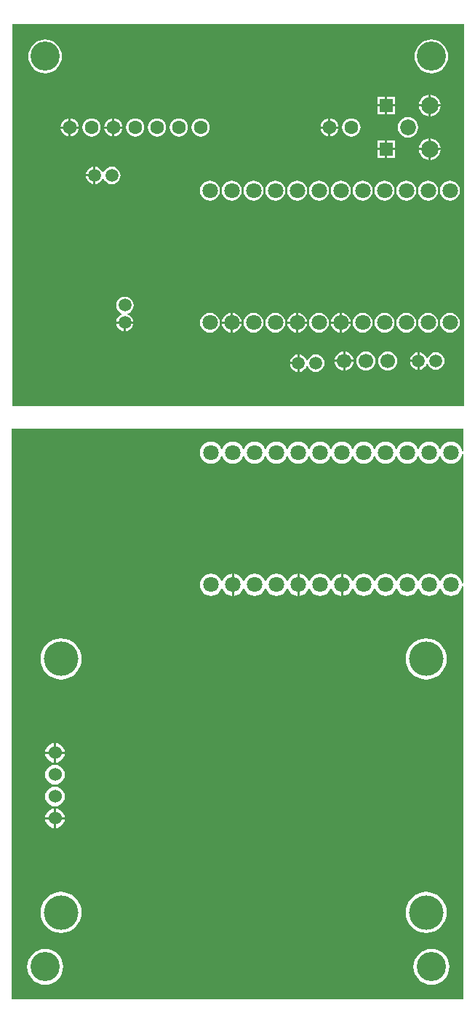
<source format=gbl>
%FSLAX24Y24*%
%MOIN*%
G70*
G01*
G75*
G04 Layer_Physical_Order=2*
G04 Layer_Color=16711680*
%ADD10C,0.0100*%
%ADD11C,0.0150*%
%ADD12C,0.1181*%
%ADD13C,0.0600*%
%ADD14C,0.0669*%
%ADD15C,0.0591*%
%ADD16C,0.1339*%
%ADD17R,0.0591X0.0591*%
%ADD18C,0.0787*%
%ADD19C,0.0709*%
%ADD20C,0.0709*%
%ADD21C,0.0630*%
%ADD22C,0.0728*%
%ADD23C,0.1575*%
G36*
X49850Y31950D02*
X70500D01*
Y30918D01*
X70450Y30915D01*
X70441Y30982D01*
X70391Y31104D01*
X70310Y31210D01*
X70204Y31291D01*
X70082Y31341D01*
X69950Y31359D01*
X69818Y31341D01*
X69696Y31291D01*
X69590Y31210D01*
X69509Y31104D01*
X69475Y31021D01*
X69425D01*
X69391Y31104D01*
X69310Y31210D01*
X69204Y31291D01*
X69082Y31341D01*
X68950Y31359D01*
X68818Y31341D01*
X68696Y31291D01*
X68590Y31210D01*
X68509Y31104D01*
X68475Y31021D01*
X68425D01*
X68391Y31104D01*
X68310Y31210D01*
X68204Y31291D01*
X68082Y31341D01*
X67950Y31359D01*
X67818Y31341D01*
X67696Y31291D01*
X67590Y31210D01*
X67509Y31104D01*
X67475Y31021D01*
X67425D01*
X67391Y31104D01*
X67310Y31210D01*
X67204Y31291D01*
X67082Y31341D01*
X66950Y31359D01*
X66818Y31341D01*
X66696Y31291D01*
X66590Y31210D01*
X66509Y31104D01*
X66475Y31021D01*
X66425D01*
X66391Y31104D01*
X66310Y31210D01*
X66204Y31291D01*
X66082Y31341D01*
X65950Y31359D01*
X65818Y31341D01*
X65696Y31291D01*
X65590Y31210D01*
X65509Y31104D01*
X65475Y31021D01*
X65425D01*
X65391Y31104D01*
X65310Y31210D01*
X65204Y31291D01*
X65082Y31341D01*
X64950Y31359D01*
X64818Y31341D01*
X64696Y31291D01*
X64590Y31210D01*
X64509Y31104D01*
X64475Y31021D01*
X64425D01*
X64391Y31104D01*
X64310Y31210D01*
X64204Y31291D01*
X64082Y31341D01*
X63950Y31359D01*
X63818Y31341D01*
X63696Y31291D01*
X63590Y31210D01*
X63509Y31104D01*
X63475Y31021D01*
X63425D01*
X63391Y31104D01*
X63310Y31210D01*
X63204Y31291D01*
X63082Y31341D01*
X62950Y31359D01*
X62818Y31341D01*
X62696Y31291D01*
X62590Y31210D01*
X62509Y31104D01*
X62475Y31021D01*
X62425D01*
X62391Y31104D01*
X62310Y31210D01*
X62204Y31291D01*
X62082Y31341D01*
X61950Y31359D01*
X61818Y31341D01*
X61696Y31291D01*
X61590Y31210D01*
X61509Y31104D01*
X61475Y31021D01*
X61425D01*
X61391Y31104D01*
X61310Y31210D01*
X61204Y31291D01*
X61082Y31341D01*
X60950Y31359D01*
X60818Y31341D01*
X60696Y31291D01*
X60590Y31210D01*
X60509Y31104D01*
X60475Y31021D01*
X60425D01*
X60391Y31104D01*
X60310Y31210D01*
X60204Y31291D01*
X60082Y31341D01*
X59950Y31359D01*
X59818Y31341D01*
X59696Y31291D01*
X59590Y31210D01*
X59509Y31104D01*
X59475Y31021D01*
X59425D01*
X59391Y31104D01*
X59310Y31210D01*
X59204Y31291D01*
X59082Y31341D01*
X58950Y31359D01*
X58818Y31341D01*
X58696Y31291D01*
X58590Y31210D01*
X58509Y31104D01*
X58459Y30982D01*
X58441Y30850D01*
X58459Y30718D01*
X58509Y30596D01*
X58590Y30490D01*
X58696Y30409D01*
X58818Y30359D01*
X58950Y30341D01*
X59082Y30359D01*
X59204Y30409D01*
X59310Y30490D01*
X59391Y30596D01*
X59425Y30679D01*
X59475D01*
X59509Y30596D01*
X59590Y30490D01*
X59696Y30409D01*
X59818Y30359D01*
X59950Y30341D01*
X60082Y30359D01*
X60204Y30409D01*
X60310Y30490D01*
X60391Y30596D01*
X60425Y30679D01*
X60475D01*
X60509Y30596D01*
X60590Y30490D01*
X60696Y30409D01*
X60818Y30359D01*
X60950Y30341D01*
X61082Y30359D01*
X61204Y30409D01*
X61310Y30490D01*
X61391Y30596D01*
X61425Y30679D01*
X61475D01*
X61509Y30596D01*
X61590Y30490D01*
X61696Y30409D01*
X61818Y30359D01*
X61950Y30341D01*
X62082Y30359D01*
X62204Y30409D01*
X62310Y30490D01*
X62391Y30596D01*
X62425Y30679D01*
X62475D01*
X62509Y30596D01*
X62590Y30490D01*
X62696Y30409D01*
X62818Y30359D01*
X62950Y30341D01*
X63082Y30359D01*
X63204Y30409D01*
X63310Y30490D01*
X63391Y30596D01*
X63425Y30679D01*
X63475D01*
X63509Y30596D01*
X63590Y30490D01*
X63696Y30409D01*
X63818Y30359D01*
X63950Y30341D01*
X64082Y30359D01*
X64204Y30409D01*
X64310Y30490D01*
X64391Y30596D01*
X64425Y30679D01*
X64475D01*
X64509Y30596D01*
X64590Y30490D01*
X64696Y30409D01*
X64818Y30359D01*
X64950Y30341D01*
X65082Y30359D01*
X65204Y30409D01*
X65310Y30490D01*
X65391Y30596D01*
X65425Y30679D01*
X65475D01*
X65509Y30596D01*
X65590Y30490D01*
X65696Y30409D01*
X65818Y30359D01*
X65950Y30341D01*
X66082Y30359D01*
X66204Y30409D01*
X66310Y30490D01*
X66391Y30596D01*
X66425Y30679D01*
X66475D01*
X66509Y30596D01*
X66590Y30490D01*
X66696Y30409D01*
X66818Y30359D01*
X66950Y30341D01*
X67082Y30359D01*
X67204Y30409D01*
X67310Y30490D01*
X67391Y30596D01*
X67425Y30679D01*
X67475D01*
X67509Y30596D01*
X67590Y30490D01*
X67696Y30409D01*
X67818Y30359D01*
X67950Y30341D01*
X68082Y30359D01*
X68204Y30409D01*
X68310Y30490D01*
X68391Y30596D01*
X68425Y30679D01*
X68475D01*
X68509Y30596D01*
X68590Y30490D01*
X68696Y30409D01*
X68818Y30359D01*
X68950Y30341D01*
X69082Y30359D01*
X69204Y30409D01*
X69310Y30490D01*
X69391Y30596D01*
X69425Y30679D01*
X69475D01*
X69509Y30596D01*
X69590Y30490D01*
X69696Y30409D01*
X69818Y30359D01*
X69950Y30341D01*
X70082Y30359D01*
X70204Y30409D01*
X70310Y30490D01*
X70391Y30596D01*
X70441Y30718D01*
X70450Y30785D01*
X70500Y30782D01*
Y24868D01*
X70450Y24865D01*
X70441Y24932D01*
X70391Y25054D01*
X70310Y25160D01*
X70204Y25241D01*
X70082Y25291D01*
X69950Y25309D01*
X69818Y25291D01*
X69696Y25241D01*
X69590Y25160D01*
X69509Y25054D01*
X69475Y24971D01*
X69425D01*
X69391Y25054D01*
X69310Y25160D01*
X69204Y25241D01*
X69082Y25291D01*
X68950Y25309D01*
X68818Y25291D01*
X68696Y25241D01*
X68590Y25160D01*
X68509Y25054D01*
X68475Y24971D01*
X68425D01*
X68391Y25054D01*
X68310Y25160D01*
X68204Y25241D01*
X68082Y25291D01*
X67950Y25309D01*
X67818Y25291D01*
X67696Y25241D01*
X67590Y25160D01*
X67509Y25054D01*
X67476Y24975D01*
X67426D01*
X67393Y25054D01*
X67312Y25160D01*
X67207Y25241D01*
X67084Y25291D01*
X66953Y25309D01*
X66821Y25291D01*
X66698Y25241D01*
X66593Y25160D01*
X66512Y25054D01*
X66476Y24968D01*
X66426D01*
X66391Y25054D01*
X66310Y25160D01*
X66204Y25241D01*
X66082Y25291D01*
X65950Y25309D01*
X65818Y25291D01*
X65696Y25241D01*
X65590Y25160D01*
X65509Y25054D01*
X65475Y24971D01*
X65425D01*
X65391Y25054D01*
X65310Y25160D01*
X65204Y25241D01*
X65082Y25291D01*
X65000Y25302D01*
Y24800D01*
Y24298D01*
X65082Y24309D01*
X65204Y24359D01*
X65310Y24440D01*
X65391Y24546D01*
X65425Y24629D01*
X65475D01*
X65509Y24546D01*
X65590Y24440D01*
X65696Y24359D01*
X65818Y24309D01*
X65950Y24291D01*
X66082Y24309D01*
X66204Y24359D01*
X66310Y24440D01*
X66391Y24546D01*
X66426Y24632D01*
X66476D01*
X66512Y24546D01*
X66593Y24440D01*
X66698Y24359D01*
X66821Y24309D01*
X66953Y24291D01*
X67084Y24309D01*
X67207Y24359D01*
X67312Y24440D01*
X67393Y24546D01*
X67426Y24625D01*
X67476D01*
X67509Y24546D01*
X67590Y24440D01*
X67696Y24359D01*
X67818Y24309D01*
X67950Y24291D01*
X68082Y24309D01*
X68204Y24359D01*
X68310Y24440D01*
X68391Y24546D01*
X68425Y24629D01*
X68475D01*
X68509Y24546D01*
X68590Y24440D01*
X68696Y24359D01*
X68818Y24309D01*
X68950Y24291D01*
X69082Y24309D01*
X69204Y24359D01*
X69310Y24440D01*
X69391Y24546D01*
X69425Y24629D01*
X69475D01*
X69509Y24546D01*
X69590Y24440D01*
X69696Y24359D01*
X69818Y24309D01*
X69950Y24291D01*
X70082Y24309D01*
X70204Y24359D01*
X70310Y24440D01*
X70391Y24546D01*
X70441Y24668D01*
X70450Y24735D01*
X70500Y24732D01*
Y5800D01*
X49800D01*
Y31935D01*
X49846Y31954D01*
X49850Y31950D01*
D02*
G37*
G36*
X70543Y32988D02*
X49858D01*
Y50488D01*
X70543D01*
Y32988D01*
D02*
G37*
%LPC*%
G36*
X61900Y37258D02*
X61781Y37243D01*
X61671Y37197D01*
X61576Y37124D01*
X61503Y37029D01*
X61457Y36919D01*
X61442Y36800D01*
X61457Y36681D01*
X61503Y36571D01*
X61576Y36476D01*
X61671Y36403D01*
X61781Y36357D01*
X61900Y36342D01*
X62019Y36357D01*
X62129Y36403D01*
X62224Y36476D01*
X62297Y36571D01*
X62343Y36681D01*
X62358Y36800D01*
X62343Y36919D01*
X62297Y37029D01*
X62224Y37124D01*
X62129Y37197D01*
X62019Y37243D01*
X61900Y37258D01*
D02*
G37*
G36*
X63900D02*
X63781Y37243D01*
X63671Y37197D01*
X63576Y37124D01*
X63503Y37029D01*
X63457Y36919D01*
X63442Y36800D01*
X63457Y36681D01*
X63503Y36571D01*
X63576Y36476D01*
X63671Y36403D01*
X63781Y36357D01*
X63900Y36342D01*
X64019Y36357D01*
X64129Y36403D01*
X64224Y36476D01*
X64297Y36571D01*
X64343Y36681D01*
X64358Y36800D01*
X64343Y36919D01*
X64297Y37029D01*
X64224Y37124D01*
X64129Y37197D01*
X64019Y37243D01*
X63900Y37258D01*
D02*
G37*
G36*
X67900D02*
X67781Y37243D01*
X67671Y37197D01*
X67576Y37124D01*
X67503Y37029D01*
X67457Y36919D01*
X67442Y36800D01*
X67457Y36681D01*
X67503Y36571D01*
X67576Y36476D01*
X67671Y36403D01*
X67781Y36357D01*
X67900Y36342D01*
X68019Y36357D01*
X68129Y36403D01*
X68224Y36476D01*
X68297Y36571D01*
X68343Y36681D01*
X68358Y36800D01*
X68343Y36919D01*
X68297Y37029D01*
X68224Y37124D01*
X68129Y37197D01*
X68019Y37243D01*
X67900Y37258D01*
D02*
G37*
G36*
X66903D02*
X66784Y37243D01*
X66674Y37197D01*
X66579Y37124D01*
X66506Y37029D01*
X66460Y36919D01*
X66445Y36800D01*
X66460Y36681D01*
X66506Y36571D01*
X66579Y36476D01*
X66674Y36403D01*
X66784Y36357D01*
X66903Y36342D01*
X67021Y36357D01*
X67132Y36403D01*
X67227Y36476D01*
X67300Y36571D01*
X67345Y36681D01*
X67361Y36800D01*
X67345Y36919D01*
X67300Y37029D01*
X67227Y37124D01*
X67132Y37197D01*
X67021Y37243D01*
X66903Y37258D01*
D02*
G37*
G36*
X65900D02*
X65781Y37243D01*
X65671Y37197D01*
X65576Y37124D01*
X65503Y37029D01*
X65457Y36919D01*
X65442Y36800D01*
X65457Y36681D01*
X65503Y36571D01*
X65576Y36476D01*
X65671Y36403D01*
X65781Y36357D01*
X65900Y36342D01*
X66019Y36357D01*
X66129Y36403D01*
X66224Y36476D01*
X66297Y36571D01*
X66343Y36681D01*
X66358Y36800D01*
X66343Y36919D01*
X66297Y37029D01*
X66224Y37124D01*
X66129Y37197D01*
X66019Y37243D01*
X65900Y37258D01*
D02*
G37*
G36*
X65100Y35482D02*
Y35100D01*
X65482D01*
X65473Y35163D01*
X65430Y35269D01*
X65360Y35360D01*
X65269Y35430D01*
X65163Y35473D01*
X65100Y35482D01*
D02*
G37*
G36*
X65000D02*
X64937Y35473D01*
X64831Y35430D01*
X64740Y35360D01*
X64670Y35269D01*
X64627Y35163D01*
X64618Y35100D01*
X65000D01*
Y35482D01*
D02*
G37*
G36*
X63750Y35349D02*
X63647Y35335D01*
X63551Y35295D01*
X63468Y35232D01*
X63405Y35149D01*
X63381Y35093D01*
X63331D01*
X63308Y35149D01*
X63245Y35232D01*
X63162Y35295D01*
X63066Y35335D01*
X63013Y35342D01*
Y34950D01*
Y34558D01*
X63066Y34565D01*
X63162Y34605D01*
X63245Y34668D01*
X63308Y34751D01*
X63331Y34807D01*
X63381D01*
X63405Y34751D01*
X63468Y34668D01*
X63551Y34605D01*
X63647Y34565D01*
X63750Y34551D01*
X63853Y34565D01*
X63949Y34605D01*
X64032Y34668D01*
X64095Y34751D01*
X64135Y34847D01*
X64149Y34950D01*
X64135Y35053D01*
X64095Y35149D01*
X64032Y35232D01*
X63949Y35295D01*
X63853Y35335D01*
X63750Y35349D01*
D02*
G37*
G36*
X68413Y35442D02*
X68359Y35435D01*
X68263Y35395D01*
X68181Y35332D01*
X68117Y35249D01*
X68078Y35153D01*
X68071Y35100D01*
X68413D01*
Y35442D01*
D02*
G37*
G36*
X60900Y37258D02*
X60781Y37243D01*
X60671Y37197D01*
X60576Y37124D01*
X60503Y37029D01*
X60457Y36919D01*
X60442Y36800D01*
X60457Y36681D01*
X60503Y36571D01*
X60576Y36476D01*
X60671Y36403D01*
X60781Y36357D01*
X60900Y36342D01*
X61019Y36357D01*
X61129Y36403D01*
X61224Y36476D01*
X61297Y36571D01*
X61343Y36681D01*
X61358Y36800D01*
X61343Y36919D01*
X61297Y37029D01*
X61224Y37124D01*
X61129Y37197D01*
X61019Y37243D01*
X60900Y37258D01*
D02*
G37*
G36*
X58900D02*
X58781Y37243D01*
X58671Y37197D01*
X58576Y37124D01*
X58503Y37029D01*
X58457Y36919D01*
X58442Y36800D01*
X58457Y36681D01*
X58503Y36571D01*
X58576Y36476D01*
X58671Y36403D01*
X58781Y36357D01*
X58900Y36342D01*
X59019Y36357D01*
X59129Y36403D01*
X59224Y36476D01*
X59297Y36571D01*
X59343Y36681D01*
X59358Y36800D01*
X59343Y36919D01*
X59297Y37029D01*
X59224Y37124D01*
X59129Y37197D01*
X59019Y37243D01*
X58900Y37258D01*
D02*
G37*
G36*
X69250Y35449D02*
X69147Y35435D01*
X69051Y35395D01*
X68968Y35332D01*
X68905Y35249D01*
X68881Y35193D01*
X68831D01*
X68808Y35249D01*
X68745Y35332D01*
X68662Y35395D01*
X68566Y35435D01*
X68513Y35442D01*
Y35050D01*
Y34658D01*
X68566Y34665D01*
X68662Y34705D01*
X68745Y34768D01*
X68808Y34851D01*
X68831Y34907D01*
X68881D01*
X68905Y34851D01*
X68968Y34768D01*
X69051Y34705D01*
X69147Y34665D01*
X69250Y34651D01*
X69353Y34665D01*
X69449Y34705D01*
X69532Y34768D01*
X69595Y34851D01*
X69635Y34947D01*
X69649Y35050D01*
X69635Y35153D01*
X69595Y35249D01*
X69532Y35332D01*
X69449Y35395D01*
X69353Y35435D01*
X69250Y35449D01*
D02*
G37*
G36*
X55392Y36763D02*
X55050D01*
Y36421D01*
X55103Y36428D01*
X55199Y36467D01*
X55282Y36531D01*
X55345Y36613D01*
X55385Y36709D01*
X55392Y36763D01*
D02*
G37*
G36*
X54950D02*
X54608D01*
X54615Y36709D01*
X54655Y36613D01*
X54718Y36531D01*
X54801Y36467D01*
X54897Y36428D01*
X54950Y36421D01*
Y36763D01*
D02*
G37*
G36*
X65352Y36750D02*
X64950D01*
Y36348D01*
X65019Y36357D01*
X65129Y36403D01*
X65224Y36476D01*
X65297Y36571D01*
X65343Y36681D01*
X65352Y36750D01*
D02*
G37*
G36*
X59850Y37252D02*
X59781Y37243D01*
X59671Y37197D01*
X59576Y37124D01*
X59503Y37029D01*
X59457Y36919D01*
X59448Y36850D01*
X59850D01*
Y37252D01*
D02*
G37*
G36*
X62950D02*
Y36850D01*
X63352D01*
X63343Y36919D01*
X63297Y37029D01*
X63224Y37124D01*
X63129Y37197D01*
X63019Y37243D01*
X62950Y37252D01*
D02*
G37*
G36*
X62850D02*
X62781Y37243D01*
X62671Y37197D01*
X62576Y37124D01*
X62503Y37029D01*
X62457Y36919D01*
X62448Y36850D01*
X62850D01*
Y37252D01*
D02*
G37*
G36*
X59950D02*
Y36850D01*
X60352D01*
X60343Y36919D01*
X60297Y37029D01*
X60224Y37124D01*
X60129Y37197D01*
X60019Y37243D01*
X59950Y37252D01*
D02*
G37*
G36*
X59850Y36750D02*
X59448D01*
X59457Y36681D01*
X59503Y36571D01*
X59576Y36476D01*
X59671Y36403D01*
X59781Y36357D01*
X59850Y36348D01*
Y36750D01*
D02*
G37*
G36*
X69900Y37258D02*
X69781Y37243D01*
X69671Y37197D01*
X69576Y37124D01*
X69503Y37029D01*
X69457Y36919D01*
X69442Y36800D01*
X69457Y36681D01*
X69503Y36571D01*
X69576Y36476D01*
X69671Y36403D01*
X69781Y36357D01*
X69900Y36342D01*
X70019Y36357D01*
X70129Y36403D01*
X70224Y36476D01*
X70297Y36571D01*
X70343Y36681D01*
X70358Y36800D01*
X70343Y36919D01*
X70297Y37029D01*
X70224Y37124D01*
X70129Y37197D01*
X70019Y37243D01*
X69900Y37258D01*
D02*
G37*
G36*
X68900D02*
X68781Y37243D01*
X68671Y37197D01*
X68576Y37124D01*
X68503Y37029D01*
X68457Y36919D01*
X68442Y36800D01*
X68457Y36681D01*
X68503Y36571D01*
X68576Y36476D01*
X68671Y36403D01*
X68781Y36357D01*
X68900Y36342D01*
X69019Y36357D01*
X69129Y36403D01*
X69224Y36476D01*
X69297Y36571D01*
X69343Y36681D01*
X69358Y36800D01*
X69343Y36919D01*
X69297Y37029D01*
X69224Y37124D01*
X69129Y37197D01*
X69019Y37243D01*
X68900Y37258D01*
D02*
G37*
G36*
X60352Y36750D02*
X59950D01*
Y36348D01*
X60019Y36357D01*
X60129Y36403D01*
X60224Y36476D01*
X60297Y36571D01*
X60343Y36681D01*
X60352Y36750D01*
D02*
G37*
G36*
X64850D02*
X64448D01*
X64457Y36681D01*
X64503Y36571D01*
X64576Y36476D01*
X64671Y36403D01*
X64781Y36357D01*
X64850Y36348D01*
Y36750D01*
D02*
G37*
G36*
X63352D02*
X62950D01*
Y36348D01*
X63019Y36357D01*
X63129Y36403D01*
X63224Y36476D01*
X63297Y36571D01*
X63343Y36681D01*
X63352Y36750D01*
D02*
G37*
G36*
X62850D02*
X62448D01*
X62457Y36681D01*
X62503Y36571D01*
X62576Y36476D01*
X62671Y36403D01*
X62781Y36357D01*
X62850Y36348D01*
Y36750D01*
D02*
G37*
G36*
X51800Y16554D02*
X51683Y16538D01*
X51573Y16493D01*
X51479Y16421D01*
X51407Y16327D01*
X51362Y16217D01*
X51346Y16100D01*
X51362Y15983D01*
X51407Y15873D01*
X51479Y15779D01*
X51573Y15707D01*
X51683Y15662D01*
X51800Y15646D01*
X51917Y15662D01*
X52027Y15707D01*
X52121Y15779D01*
X52193Y15873D01*
X52238Y15983D01*
X52254Y16100D01*
X52238Y16217D01*
X52193Y16327D01*
X52121Y16421D01*
X52027Y16493D01*
X51917Y16538D01*
X51800Y16554D01*
D02*
G37*
G36*
Y15554D02*
X51683Y15538D01*
X51573Y15493D01*
X51479Y15421D01*
X51407Y15327D01*
X51362Y15217D01*
X51346Y15100D01*
X51362Y14983D01*
X51407Y14873D01*
X51479Y14779D01*
X51573Y14707D01*
X51683Y14662D01*
X51800Y14646D01*
X51917Y14662D01*
X52027Y14707D01*
X52121Y14779D01*
X52193Y14873D01*
X52238Y14983D01*
X52254Y15100D01*
X52238Y15217D01*
X52193Y15327D01*
X52121Y15421D01*
X52027Y15493D01*
X51917Y15538D01*
X51800Y15554D01*
D02*
G37*
G36*
X51850Y14547D02*
Y14150D01*
X52247D01*
X52238Y14217D01*
X52193Y14327D01*
X52121Y14421D01*
X52027Y14493D01*
X51917Y14538D01*
X51850Y14547D01*
D02*
G37*
G36*
X51750Y17547D02*
X51683Y17538D01*
X51573Y17493D01*
X51479Y17421D01*
X51407Y17327D01*
X51362Y17217D01*
X51353Y17150D01*
X51750D01*
Y17547D01*
D02*
G37*
G36*
X52247Y17050D02*
X51850D01*
Y16653D01*
X51917Y16662D01*
X52027Y16707D01*
X52121Y16779D01*
X52193Y16873D01*
X52238Y16983D01*
X52247Y17050D01*
D02*
G37*
G36*
X51750D02*
X51353D01*
X51362Y16983D01*
X51407Y16873D01*
X51479Y16779D01*
X51573Y16707D01*
X51683Y16662D01*
X51750Y16653D01*
Y17050D01*
D02*
G37*
G36*
Y14547D02*
X51683Y14538D01*
X51573Y14493D01*
X51479Y14421D01*
X51407Y14327D01*
X51362Y14217D01*
X51353Y14150D01*
X51750D01*
Y14547D01*
D02*
G37*
G36*
X52080Y10735D02*
X51896Y10717D01*
X51719Y10663D01*
X51556Y10576D01*
X51413Y10459D01*
X51296Y10316D01*
X51209Y10153D01*
X51156Y9977D01*
X51138Y9793D01*
X51156Y9609D01*
X51209Y9432D01*
X51296Y9270D01*
X51413Y9127D01*
X51556Y9010D01*
X51719Y8923D01*
X51896Y8869D01*
X52080Y8851D01*
X52263Y8869D01*
X52440Y8923D01*
X52603Y9010D01*
X52746Y9127D01*
X52863Y9270D01*
X52950Y9432D01*
X53003Y9609D01*
X53021Y9793D01*
X53003Y9977D01*
X52950Y10153D01*
X52863Y10316D01*
X52746Y10459D01*
X52603Y10576D01*
X52440Y10663D01*
X52263Y10717D01*
X52080Y10735D01*
D02*
G37*
G36*
X69050Y8123D02*
X68889Y8107D01*
X68735Y8061D01*
X68593Y7985D01*
X68468Y7882D01*
X68365Y7757D01*
X68289Y7615D01*
X68243Y7461D01*
X68227Y7300D01*
X68243Y7139D01*
X68289Y6985D01*
X68365Y6843D01*
X68468Y6718D01*
X68593Y6615D01*
X68735Y6539D01*
X68889Y6493D01*
X69050Y6477D01*
X69211Y6493D01*
X69365Y6539D01*
X69507Y6615D01*
X69632Y6718D01*
X69735Y6843D01*
X69811Y6985D01*
X69857Y7139D01*
X69873Y7300D01*
X69857Y7461D01*
X69811Y7615D01*
X69735Y7757D01*
X69632Y7882D01*
X69507Y7985D01*
X69365Y8061D01*
X69211Y8107D01*
X69050Y8123D01*
D02*
G37*
G36*
X51350D02*
X51189Y8107D01*
X51035Y8061D01*
X50893Y7985D01*
X50768Y7882D01*
X50665Y7757D01*
X50589Y7615D01*
X50543Y7461D01*
X50527Y7300D01*
X50543Y7139D01*
X50589Y6985D01*
X50665Y6843D01*
X50768Y6718D01*
X50893Y6615D01*
X51035Y6539D01*
X51189Y6493D01*
X51350Y6477D01*
X51511Y6493D01*
X51665Y6539D01*
X51807Y6615D01*
X51932Y6718D01*
X52035Y6843D01*
X52111Y6985D01*
X52157Y7139D01*
X52173Y7300D01*
X52157Y7461D01*
X52111Y7615D01*
X52035Y7757D01*
X51932Y7882D01*
X51807Y7985D01*
X51665Y8061D01*
X51511Y8107D01*
X51350Y8123D01*
D02*
G37*
G36*
X52247Y14050D02*
X51850D01*
Y13653D01*
X51917Y13662D01*
X52027Y13707D01*
X52121Y13779D01*
X52193Y13873D01*
X52238Y13983D01*
X52247Y14050D01*
D02*
G37*
G36*
X51750D02*
X51353D01*
X51362Y13983D01*
X51407Y13873D01*
X51479Y13779D01*
X51573Y13707D01*
X51683Y13662D01*
X51750Y13653D01*
Y14050D01*
D02*
G37*
G36*
X68812Y10735D02*
X68628Y10717D01*
X68451Y10663D01*
X68288Y10576D01*
X68146Y10459D01*
X68029Y10316D01*
X67942Y10153D01*
X67888Y9977D01*
X67870Y9793D01*
X67888Y9609D01*
X67942Y9432D01*
X68029Y9270D01*
X68146Y9127D01*
X68288Y9010D01*
X68451Y8923D01*
X68628Y8869D01*
X68812Y8851D01*
X68996Y8869D01*
X69172Y8923D01*
X69335Y9010D01*
X69478Y9127D01*
X69595Y9270D01*
X69682Y9432D01*
X69736Y9609D01*
X69754Y9793D01*
X69736Y9977D01*
X69682Y10153D01*
X69595Y10316D01*
X69478Y10459D01*
X69335Y10576D01*
X69172Y10663D01*
X68996Y10717D01*
X68812Y10735D01*
D02*
G37*
G36*
X65000Y35000D02*
X64618D01*
X64627Y34937D01*
X64670Y34831D01*
X64740Y34740D01*
X64831Y34670D01*
X64937Y34627D01*
X65000Y34618D01*
Y35000D01*
D02*
G37*
G36*
X67050Y35488D02*
X66937Y35473D01*
X66831Y35430D01*
X66740Y35360D01*
X66670Y35269D01*
X66627Y35163D01*
X66612Y35050D01*
X66627Y34937D01*
X66670Y34831D01*
X66740Y34740D01*
X66831Y34670D01*
X66937Y34627D01*
X67050Y34612D01*
X67163Y34627D01*
X67269Y34670D01*
X67360Y34740D01*
X67430Y34831D01*
X67473Y34937D01*
X67488Y35050D01*
X67473Y35163D01*
X67430Y35269D01*
X67360Y35360D01*
X67269Y35430D01*
X67163Y35473D01*
X67050Y35488D01*
D02*
G37*
G36*
X66050D02*
X65937Y35473D01*
X65831Y35430D01*
X65740Y35360D01*
X65670Y35269D01*
X65627Y35163D01*
X65612Y35050D01*
X65627Y34937D01*
X65670Y34831D01*
X65740Y34740D01*
X65831Y34670D01*
X65937Y34627D01*
X66050Y34612D01*
X66163Y34627D01*
X66269Y34670D01*
X66360Y34740D01*
X66430Y34831D01*
X66473Y34937D01*
X66488Y35050D01*
X66473Y35163D01*
X66430Y35269D01*
X66360Y35360D01*
X66269Y35430D01*
X66163Y35473D01*
X66050Y35488D01*
D02*
G37*
G36*
X62913Y35342D02*
X62859Y35335D01*
X62763Y35295D01*
X62681Y35232D01*
X62617Y35149D01*
X62578Y35053D01*
X62571Y35000D01*
X62913D01*
Y35342D01*
D02*
G37*
G36*
X68413Y35000D02*
X68071D01*
X68078Y34947D01*
X68117Y34851D01*
X68181Y34768D01*
X68263Y34705D01*
X68359Y34665D01*
X68413Y34658D01*
Y35000D01*
D02*
G37*
G36*
X65482D02*
X65100D01*
Y34618D01*
X65163Y34627D01*
X65269Y34670D01*
X65360Y34740D01*
X65430Y34831D01*
X65473Y34937D01*
X65482Y35000D01*
D02*
G37*
G36*
X62913Y34900D02*
X62571D01*
X62578Y34847D01*
X62617Y34751D01*
X62681Y34668D01*
X62763Y34605D01*
X62859Y34565D01*
X62913Y34558D01*
Y34900D01*
D02*
G37*
G36*
X68812Y22349D02*
X68628Y22331D01*
X68451Y22277D01*
X68288Y22190D01*
X68146Y22073D01*
X68029Y21930D01*
X67942Y21768D01*
X67888Y21591D01*
X67870Y21407D01*
X67888Y21223D01*
X67942Y21047D01*
X68029Y20884D01*
X68146Y20741D01*
X68288Y20624D01*
X68451Y20537D01*
X68628Y20483D01*
X68812Y20465D01*
X68996Y20483D01*
X69172Y20537D01*
X69335Y20624D01*
X69478Y20741D01*
X69595Y20884D01*
X69682Y21047D01*
X69736Y21223D01*
X69754Y21407D01*
X69736Y21591D01*
X69682Y21768D01*
X69595Y21930D01*
X69478Y22073D01*
X69335Y22190D01*
X69172Y22277D01*
X68996Y22331D01*
X68812Y22349D01*
D02*
G37*
G36*
X52080D02*
X51896Y22331D01*
X51719Y22277D01*
X51556Y22190D01*
X51413Y22073D01*
X51296Y21930D01*
X51209Y21768D01*
X51156Y21591D01*
X51138Y21407D01*
X51156Y21223D01*
X51209Y21047D01*
X51296Y20884D01*
X51413Y20741D01*
X51556Y20624D01*
X51719Y20537D01*
X51896Y20483D01*
X52080Y20465D01*
X52263Y20483D01*
X52440Y20537D01*
X52603Y20624D01*
X52746Y20741D01*
X52863Y20884D01*
X52950Y21047D01*
X53003Y21223D01*
X53021Y21407D01*
X53003Y21591D01*
X52950Y21768D01*
X52863Y21930D01*
X52746Y22073D01*
X52603Y22190D01*
X52440Y22277D01*
X52263Y22331D01*
X52080Y22349D01*
D02*
G37*
G36*
X51850Y17547D02*
Y17150D01*
X52247D01*
X52238Y17217D01*
X52193Y17327D01*
X52121Y17421D01*
X52027Y17493D01*
X51917Y17538D01*
X51850Y17547D01*
D02*
G37*
G36*
X63950Y25309D02*
X63818Y25291D01*
X63696Y25241D01*
X63590Y25160D01*
X63509Y25054D01*
X63475Y24971D01*
X63425D01*
X63391Y25054D01*
X63310Y25160D01*
X63204Y25241D01*
X63082Y25291D01*
X63000Y25302D01*
Y24800D01*
Y24298D01*
X63082Y24309D01*
X63204Y24359D01*
X63310Y24440D01*
X63391Y24546D01*
X63425Y24629D01*
X63475D01*
X63509Y24546D01*
X63590Y24440D01*
X63696Y24359D01*
X63818Y24309D01*
X63950Y24291D01*
X64082Y24309D01*
X64204Y24359D01*
X64310Y24440D01*
X64391Y24546D01*
X64425Y24629D01*
X64475D01*
X64509Y24546D01*
X64590Y24440D01*
X64696Y24359D01*
X64818Y24309D01*
X64900Y24298D01*
Y24800D01*
Y25302D01*
X64818Y25291D01*
X64696Y25241D01*
X64590Y25160D01*
X64509Y25054D01*
X64475Y24971D01*
X64425D01*
X64391Y25054D01*
X64310Y25160D01*
X64204Y25241D01*
X64082Y25291D01*
X63950Y25309D01*
D02*
G37*
G36*
X61950D02*
X61818Y25291D01*
X61696Y25241D01*
X61590Y25160D01*
X61509Y25054D01*
X61475Y24971D01*
X61425D01*
X61391Y25054D01*
X61310Y25160D01*
X61204Y25241D01*
X61082Y25291D01*
X60950Y25309D01*
X60818Y25291D01*
X60696Y25241D01*
X60590Y25160D01*
X60509Y25054D01*
X60475Y24971D01*
X60425D01*
X60391Y25054D01*
X60310Y25160D01*
X60204Y25241D01*
X60082Y25291D01*
X60000Y25302D01*
Y24800D01*
Y24298D01*
X60082Y24309D01*
X60204Y24359D01*
X60310Y24440D01*
X60391Y24546D01*
X60425Y24629D01*
X60475D01*
X60509Y24546D01*
X60590Y24440D01*
X60696Y24359D01*
X60818Y24309D01*
X60950Y24291D01*
X61082Y24309D01*
X61204Y24359D01*
X61310Y24440D01*
X61391Y24546D01*
X61425Y24629D01*
X61475D01*
X61509Y24546D01*
X61590Y24440D01*
X61696Y24359D01*
X61818Y24309D01*
X61950Y24291D01*
X62082Y24309D01*
X62204Y24359D01*
X62310Y24440D01*
X62391Y24546D01*
X62425Y24629D01*
X62475D01*
X62509Y24546D01*
X62590Y24440D01*
X62696Y24359D01*
X62818Y24309D01*
X62900Y24298D01*
Y24800D01*
Y25302D01*
X62818Y25291D01*
X62696Y25241D01*
X62590Y25160D01*
X62509Y25054D01*
X62475Y24971D01*
X62425D01*
X62391Y25054D01*
X62310Y25160D01*
X62204Y25241D01*
X62082Y25291D01*
X61950Y25309D01*
D02*
G37*
G36*
X58950D02*
X58818Y25291D01*
X58696Y25241D01*
X58590Y25160D01*
X58509Y25054D01*
X58459Y24932D01*
X58441Y24800D01*
X58459Y24668D01*
X58509Y24546D01*
X58590Y24440D01*
X58696Y24359D01*
X58818Y24309D01*
X58950Y24291D01*
X59082Y24309D01*
X59204Y24359D01*
X59310Y24440D01*
X59391Y24546D01*
X59425Y24629D01*
X59475D01*
X59509Y24546D01*
X59590Y24440D01*
X59696Y24359D01*
X59818Y24309D01*
X59900Y24298D01*
Y24800D01*
Y25302D01*
X59818Y25291D01*
X59696Y25241D01*
X59590Y25160D01*
X59509Y25054D01*
X59475Y24971D01*
X59425D01*
X59391Y25054D01*
X59310Y25160D01*
X59204Y25241D01*
X59082Y25291D01*
X58950Y25309D01*
D02*
G37*
G36*
X64850Y37252D02*
X64781Y37243D01*
X64671Y37197D01*
X64576Y37124D01*
X64503Y37029D01*
X64457Y36919D01*
X64448Y36850D01*
X64850D01*
Y37252D01*
D02*
G37*
G36*
X64330Y45694D02*
X63968D01*
X63975Y45636D01*
X64017Y45535D01*
X64084Y45449D01*
X64170Y45382D01*
X64271Y45340D01*
X64330Y45333D01*
Y45694D01*
D02*
G37*
G36*
X54886D02*
X54524D01*
Y45333D01*
X54582Y45340D01*
X54683Y45382D01*
X54770Y45449D01*
X54836Y45535D01*
X54878Y45636D01*
X54886Y45694D01*
D02*
G37*
G36*
X54424D02*
X54062D01*
X54070Y45636D01*
X54112Y45535D01*
X54178Y45449D01*
X54265Y45382D01*
X54366Y45340D01*
X54424Y45333D01*
Y45694D01*
D02*
G37*
G36*
X52524Y46156D02*
Y45794D01*
X52886D01*
X52878Y45853D01*
X52836Y45954D01*
X52770Y46040D01*
X52683Y46107D01*
X52582Y46149D01*
X52524Y46156D01*
D02*
G37*
G36*
X52424D02*
X52366Y46149D01*
X52265Y46107D01*
X52178Y46040D01*
X52112Y45954D01*
X52070Y45853D01*
X52062Y45794D01*
X52424D01*
Y46156D01*
D02*
G37*
G36*
X64791Y45694D02*
X64430D01*
Y45333D01*
X64488Y45340D01*
X64589Y45382D01*
X64675Y45449D01*
X64742Y45535D01*
X64784Y45636D01*
X64791Y45694D01*
D02*
G37*
G36*
X52886D02*
X52524D01*
Y45333D01*
X52582Y45340D01*
X52683Y45382D01*
X52770Y45449D01*
X52836Y45535D01*
X52878Y45636D01*
X52886Y45694D01*
D02*
G37*
G36*
X57474Y46163D02*
X57366Y46149D01*
X57265Y46107D01*
X57178Y46040D01*
X57112Y45954D01*
X57070Y45853D01*
X57055Y45744D01*
X57070Y45636D01*
X57112Y45535D01*
X57178Y45449D01*
X57265Y45382D01*
X57366Y45340D01*
X57474Y45326D01*
X57582Y45340D01*
X57683Y45382D01*
X57770Y45449D01*
X57836Y45535D01*
X57878Y45636D01*
X57893Y45744D01*
X57878Y45853D01*
X57836Y45954D01*
X57770Y46040D01*
X57683Y46107D01*
X57582Y46149D01*
X57474Y46163D01*
D02*
G37*
G36*
X56474D02*
X56366Y46149D01*
X56265Y46107D01*
X56178Y46040D01*
X56112Y45954D01*
X56070Y45853D01*
X56055Y45744D01*
X56070Y45636D01*
X56112Y45535D01*
X56178Y45449D01*
X56265Y45382D01*
X56366Y45340D01*
X56474Y45326D01*
X56582Y45340D01*
X56683Y45382D01*
X56770Y45449D01*
X56836Y45535D01*
X56878Y45636D01*
X56893Y45744D01*
X56878Y45853D01*
X56836Y45954D01*
X56770Y46040D01*
X56683Y46107D01*
X56582Y46149D01*
X56474Y46163D01*
D02*
G37*
G36*
X55474D02*
X55366Y46149D01*
X55265Y46107D01*
X55178Y46040D01*
X55112Y45954D01*
X55070Y45853D01*
X55055Y45744D01*
X55070Y45636D01*
X55112Y45535D01*
X55178Y45449D01*
X55265Y45382D01*
X55366Y45340D01*
X55474Y45326D01*
X55582Y45340D01*
X55683Y45382D01*
X55770Y45449D01*
X55836Y45535D01*
X55878Y45636D01*
X55893Y45744D01*
X55878Y45853D01*
X55836Y45954D01*
X55770Y46040D01*
X55683Y46107D01*
X55582Y46149D01*
X55474Y46163D01*
D02*
G37*
G36*
X52424Y45694D02*
X52062D01*
X52070Y45636D01*
X52112Y45535D01*
X52178Y45449D01*
X52265Y45382D01*
X52366Y45340D01*
X52424Y45333D01*
Y45694D01*
D02*
G37*
G36*
X65380Y46163D02*
X65271Y46149D01*
X65170Y46107D01*
X65084Y46040D01*
X65017Y45954D01*
X64975Y45853D01*
X64961Y45744D01*
X64975Y45636D01*
X65017Y45535D01*
X65084Y45449D01*
X65170Y45382D01*
X65271Y45340D01*
X65380Y45326D01*
X65488Y45340D01*
X65589Y45382D01*
X65675Y45449D01*
X65742Y45535D01*
X65784Y45636D01*
X65798Y45744D01*
X65784Y45853D01*
X65742Y45954D01*
X65675Y46040D01*
X65589Y46107D01*
X65488Y46149D01*
X65380Y46163D01*
D02*
G37*
G36*
X58474D02*
X58366Y46149D01*
X58265Y46107D01*
X58178Y46040D01*
X58112Y45954D01*
X58070Y45853D01*
X58055Y45744D01*
X58070Y45636D01*
X58112Y45535D01*
X58178Y45449D01*
X58265Y45382D01*
X58366Y45340D01*
X58474Y45326D01*
X58582Y45340D01*
X58683Y45382D01*
X58770Y45449D01*
X58836Y45535D01*
X58878Y45636D01*
X58893Y45744D01*
X58878Y45853D01*
X58836Y45954D01*
X58770Y46040D01*
X58683Y46107D01*
X58582Y46149D01*
X58474Y46163D01*
D02*
G37*
G36*
X54424Y46156D02*
X54366Y46149D01*
X54265Y46107D01*
X54178Y46040D01*
X54112Y45954D01*
X54070Y45853D01*
X54062Y45794D01*
X54424D01*
Y46156D01*
D02*
G37*
G36*
X68923Y47242D02*
X68844Y47231D01*
X68724Y47182D01*
X68621Y47103D01*
X68542Y46999D01*
X68492Y46879D01*
X68482Y46800D01*
X68923D01*
Y47242D01*
D02*
G37*
G36*
X67368Y47146D02*
X67023D01*
Y46800D01*
X67368D01*
Y47146D01*
D02*
G37*
G36*
X66923D02*
X66578D01*
Y46800D01*
X66923D01*
Y47146D01*
D02*
G37*
G36*
X69050Y49773D02*
X68899Y49758D01*
X68754Y49714D01*
X68621Y49643D01*
X68503Y49547D01*
X68407Y49429D01*
X68336Y49296D01*
X68292Y49151D01*
X68277Y49000D01*
X68292Y48849D01*
X68336Y48704D01*
X68407Y48571D01*
X68503Y48453D01*
X68621Y48357D01*
X68754Y48286D01*
X68899Y48242D01*
X69050Y48227D01*
X69201Y48242D01*
X69346Y48286D01*
X69479Y48357D01*
X69597Y48453D01*
X69693Y48571D01*
X69764Y48704D01*
X69808Y48849D01*
X69823Y49000D01*
X69808Y49151D01*
X69764Y49296D01*
X69693Y49429D01*
X69597Y49547D01*
X69479Y49643D01*
X69346Y49714D01*
X69201Y49758D01*
X69050Y49773D01*
D02*
G37*
G36*
X51350D02*
X51199Y49758D01*
X51054Y49714D01*
X50921Y49643D01*
X50803Y49547D01*
X50707Y49429D01*
X50636Y49296D01*
X50592Y49151D01*
X50577Y49000D01*
X50592Y48849D01*
X50636Y48704D01*
X50707Y48571D01*
X50803Y48453D01*
X50921Y48357D01*
X51054Y48286D01*
X51199Y48242D01*
X51350Y48227D01*
X51501Y48242D01*
X51646Y48286D01*
X51779Y48357D01*
X51897Y48453D01*
X51993Y48571D01*
X52064Y48704D01*
X52108Y48849D01*
X52123Y49000D01*
X52108Y49151D01*
X52064Y49296D01*
X51993Y49429D01*
X51897Y49547D01*
X51779Y49643D01*
X51646Y49714D01*
X51501Y49758D01*
X51350Y49773D01*
D02*
G37*
G36*
X69023Y47242D02*
Y46800D01*
X69465D01*
X69454Y46879D01*
X69404Y46999D01*
X69325Y47103D01*
X69222Y47182D01*
X69102Y47231D01*
X69023Y47242D01*
D02*
G37*
G36*
X67368Y46700D02*
X67023D01*
Y46355D01*
X67368D01*
Y46700D01*
D02*
G37*
G36*
X64430Y46156D02*
Y45794D01*
X64791D01*
X64784Y45853D01*
X64742Y45954D01*
X64675Y46040D01*
X64589Y46107D01*
X64488Y46149D01*
X64430Y46156D01*
D02*
G37*
G36*
X64330D02*
X64271Y46149D01*
X64170Y46107D01*
X64084Y46040D01*
X64017Y45954D01*
X63975Y45853D01*
X63968Y45794D01*
X64330D01*
Y46156D01*
D02*
G37*
G36*
X54524D02*
Y45794D01*
X54886D01*
X54878Y45853D01*
X54836Y45954D01*
X54770Y46040D01*
X54683Y46107D01*
X54582Y46149D01*
X54524Y46156D01*
D02*
G37*
G36*
X66923Y46700D02*
X66578D01*
Y46355D01*
X66923D01*
Y46700D01*
D02*
G37*
G36*
X69465D02*
X69023D01*
Y46259D01*
X69102Y46269D01*
X69222Y46319D01*
X69325Y46398D01*
X69404Y46501D01*
X69454Y46622D01*
X69465Y46700D01*
D02*
G37*
G36*
X68923D02*
X68482D01*
X68492Y46622D01*
X68542Y46501D01*
X68621Y46398D01*
X68724Y46319D01*
X68844Y46269D01*
X68923Y46259D01*
Y46700D01*
D02*
G37*
G36*
X65900Y43308D02*
X65781Y43293D01*
X65671Y43247D01*
X65576Y43174D01*
X65503Y43079D01*
X65457Y42969D01*
X65442Y42850D01*
X65457Y42731D01*
X65503Y42621D01*
X65576Y42526D01*
X65671Y42453D01*
X65781Y42407D01*
X65900Y42392D01*
X66019Y42407D01*
X66129Y42453D01*
X66224Y42526D01*
X66297Y42621D01*
X66343Y42731D01*
X66358Y42850D01*
X66343Y42969D01*
X66297Y43079D01*
X66224Y43174D01*
X66129Y43247D01*
X66019Y43293D01*
X65900Y43308D01*
D02*
G37*
G36*
X64900D02*
X64781Y43293D01*
X64671Y43247D01*
X64576Y43174D01*
X64503Y43079D01*
X64457Y42969D01*
X64442Y42850D01*
X64457Y42731D01*
X64503Y42621D01*
X64576Y42526D01*
X64671Y42453D01*
X64781Y42407D01*
X64900Y42392D01*
X65019Y42407D01*
X65129Y42453D01*
X65224Y42526D01*
X65297Y42621D01*
X65343Y42731D01*
X65358Y42850D01*
X65343Y42969D01*
X65297Y43079D01*
X65224Y43174D01*
X65129Y43247D01*
X65019Y43293D01*
X64900Y43308D01*
D02*
G37*
G36*
X63900D02*
X63781Y43293D01*
X63671Y43247D01*
X63576Y43174D01*
X63503Y43079D01*
X63457Y42969D01*
X63442Y42850D01*
X63457Y42731D01*
X63503Y42621D01*
X63576Y42526D01*
X63671Y42453D01*
X63781Y42407D01*
X63900Y42392D01*
X64019Y42407D01*
X64129Y42453D01*
X64224Y42526D01*
X64297Y42621D01*
X64343Y42731D01*
X64358Y42850D01*
X64343Y42969D01*
X64297Y43079D01*
X64224Y43174D01*
X64129Y43247D01*
X64019Y43293D01*
X63900Y43308D01*
D02*
G37*
G36*
X68900D02*
X68781Y43293D01*
X68671Y43247D01*
X68576Y43174D01*
X68503Y43079D01*
X68457Y42969D01*
X68442Y42850D01*
X68457Y42731D01*
X68503Y42621D01*
X68576Y42526D01*
X68671Y42453D01*
X68781Y42407D01*
X68900Y42392D01*
X69019Y42407D01*
X69129Y42453D01*
X69224Y42526D01*
X69297Y42621D01*
X69343Y42731D01*
X69358Y42850D01*
X69343Y42969D01*
X69297Y43079D01*
X69224Y43174D01*
X69129Y43247D01*
X69019Y43293D01*
X68900Y43308D01*
D02*
G37*
G36*
X67900D02*
X67781Y43293D01*
X67671Y43247D01*
X67576Y43174D01*
X67503Y43079D01*
X67457Y42969D01*
X67442Y42850D01*
X67457Y42731D01*
X67503Y42621D01*
X67576Y42526D01*
X67671Y42453D01*
X67781Y42407D01*
X67900Y42392D01*
X68019Y42407D01*
X68129Y42453D01*
X68224Y42526D01*
X68297Y42621D01*
X68343Y42731D01*
X68358Y42850D01*
X68343Y42969D01*
X68297Y43079D01*
X68224Y43174D01*
X68129Y43247D01*
X68019Y43293D01*
X67900Y43308D01*
D02*
G37*
G36*
X66900D02*
X66781Y43293D01*
X66671Y43247D01*
X66576Y43174D01*
X66503Y43079D01*
X66457Y42969D01*
X66442Y42850D01*
X66457Y42731D01*
X66503Y42621D01*
X66576Y42526D01*
X66671Y42453D01*
X66781Y42407D01*
X66900Y42392D01*
X67019Y42407D01*
X67129Y42453D01*
X67224Y42526D01*
X67297Y42621D01*
X67343Y42731D01*
X67358Y42850D01*
X67343Y42969D01*
X67297Y43079D01*
X67224Y43174D01*
X67129Y43247D01*
X67019Y43293D01*
X66900Y43308D01*
D02*
G37*
G36*
X62900D02*
X62781Y43293D01*
X62671Y43247D01*
X62576Y43174D01*
X62503Y43079D01*
X62457Y42969D01*
X62442Y42850D01*
X62457Y42731D01*
X62503Y42621D01*
X62576Y42526D01*
X62671Y42453D01*
X62781Y42407D01*
X62900Y42392D01*
X63019Y42407D01*
X63129Y42453D01*
X63224Y42526D01*
X63297Y42621D01*
X63343Y42731D01*
X63358Y42850D01*
X63343Y42969D01*
X63297Y43079D01*
X63224Y43174D01*
X63129Y43247D01*
X63019Y43293D01*
X62900Y43308D01*
D02*
G37*
G36*
X58900D02*
X58781Y43293D01*
X58671Y43247D01*
X58576Y43174D01*
X58503Y43079D01*
X58457Y42969D01*
X58442Y42850D01*
X58457Y42731D01*
X58503Y42621D01*
X58576Y42526D01*
X58671Y42453D01*
X58781Y42407D01*
X58900Y42392D01*
X59019Y42407D01*
X59129Y42453D01*
X59224Y42526D01*
X59297Y42621D01*
X59343Y42731D01*
X59358Y42850D01*
X59343Y42969D01*
X59297Y43079D01*
X59224Y43174D01*
X59129Y43247D01*
X59019Y43293D01*
X58900Y43308D01*
D02*
G37*
G36*
X55000Y37999D02*
X54897Y37985D01*
X54801Y37945D01*
X54718Y37882D01*
X54655Y37799D01*
X54615Y37703D01*
X54601Y37600D01*
X54615Y37497D01*
X54655Y37401D01*
X54718Y37318D01*
X54801Y37255D01*
X54857Y37231D01*
Y37181D01*
X54801Y37158D01*
X54718Y37095D01*
X54655Y37012D01*
X54615Y36916D01*
X54608Y36863D01*
X55392D01*
X55385Y36916D01*
X55345Y37012D01*
X55282Y37095D01*
X55199Y37158D01*
X55103Y37198D01*
Y37215D01*
X55199Y37255D01*
X55282Y37318D01*
X55345Y37401D01*
X55385Y37497D01*
X55399Y37600D01*
X55385Y37703D01*
X55345Y37799D01*
X55282Y37882D01*
X55199Y37945D01*
X55103Y37985D01*
X55000Y37999D01*
D02*
G37*
G36*
X64950Y37252D02*
Y36850D01*
X65352D01*
X65343Y36919D01*
X65297Y37029D01*
X65224Y37124D01*
X65129Y37197D01*
X65019Y37243D01*
X64950Y37252D01*
D02*
G37*
G36*
X61900Y43308D02*
X61781Y43293D01*
X61671Y43247D01*
X61576Y43174D01*
X61503Y43079D01*
X61457Y42969D01*
X61442Y42850D01*
X61457Y42731D01*
X61503Y42621D01*
X61576Y42526D01*
X61671Y42453D01*
X61781Y42407D01*
X61900Y42392D01*
X62019Y42407D01*
X62129Y42453D01*
X62224Y42526D01*
X62297Y42621D01*
X62343Y42731D01*
X62358Y42850D01*
X62343Y42969D01*
X62297Y43079D01*
X62224Y43174D01*
X62129Y43247D01*
X62019Y43293D01*
X61900Y43308D01*
D02*
G37*
G36*
X60900D02*
X60781Y43293D01*
X60671Y43247D01*
X60576Y43174D01*
X60503Y43079D01*
X60457Y42969D01*
X60442Y42850D01*
X60457Y42731D01*
X60503Y42621D01*
X60576Y42526D01*
X60671Y42453D01*
X60781Y42407D01*
X60900Y42392D01*
X61019Y42407D01*
X61129Y42453D01*
X61224Y42526D01*
X61297Y42621D01*
X61343Y42731D01*
X61358Y42850D01*
X61343Y42969D01*
X61297Y43079D01*
X61224Y43174D01*
X61129Y43247D01*
X61019Y43293D01*
X60900Y43308D01*
D02*
G37*
G36*
X59900D02*
X59781Y43293D01*
X59671Y43247D01*
X59576Y43174D01*
X59503Y43079D01*
X59457Y42969D01*
X59442Y42850D01*
X59457Y42731D01*
X59503Y42621D01*
X59576Y42526D01*
X59671Y42453D01*
X59781Y42407D01*
X59900Y42392D01*
X60019Y42407D01*
X60129Y42453D01*
X60224Y42526D01*
X60297Y42621D01*
X60343Y42731D01*
X60358Y42850D01*
X60343Y42969D01*
X60297Y43079D01*
X60224Y43174D01*
X60129Y43247D01*
X60019Y43293D01*
X59900Y43308D01*
D02*
G37*
G36*
X69900D02*
X69781Y43293D01*
X69671Y43247D01*
X69576Y43174D01*
X69503Y43079D01*
X69457Y42969D01*
X69442Y42850D01*
X69457Y42731D01*
X69503Y42621D01*
X69576Y42526D01*
X69671Y42453D01*
X69781Y42407D01*
X69900Y42392D01*
X70019Y42407D01*
X70129Y42453D01*
X70224Y42526D01*
X70297Y42621D01*
X70343Y42731D01*
X70358Y42850D01*
X70343Y42969D01*
X70297Y43079D01*
X70224Y43174D01*
X70129Y43247D01*
X70019Y43293D01*
X69900Y43308D01*
D02*
G37*
G36*
X68923Y45242D02*
X68844Y45231D01*
X68724Y45182D01*
X68621Y45103D01*
X68542Y44999D01*
X68492Y44879D01*
X68482Y44800D01*
X68923D01*
Y45242D01*
D02*
G37*
G36*
X67368Y45146D02*
X67023D01*
Y44800D01*
X67368D01*
Y45146D01*
D02*
G37*
G36*
X66923D02*
X66578D01*
Y44800D01*
X66923D01*
Y45146D01*
D02*
G37*
G36*
X53474Y46163D02*
X53366Y46149D01*
X53265Y46107D01*
X53178Y46040D01*
X53112Y45954D01*
X53070Y45853D01*
X53055Y45744D01*
X53070Y45636D01*
X53112Y45535D01*
X53178Y45449D01*
X53265Y45382D01*
X53366Y45340D01*
X53474Y45326D01*
X53582Y45340D01*
X53683Y45382D01*
X53770Y45449D01*
X53836Y45535D01*
X53878Y45636D01*
X53893Y45744D01*
X53878Y45853D01*
X53836Y45954D01*
X53770Y46040D01*
X53683Y46107D01*
X53582Y46149D01*
X53474Y46163D01*
D02*
G37*
G36*
X67973Y46219D02*
X67852Y46203D01*
X67739Y46156D01*
X67642Y46081D01*
X67568Y45984D01*
X67521Y45872D01*
X67505Y45750D01*
X67521Y45629D01*
X67568Y45516D01*
X67642Y45419D01*
X67739Y45345D01*
X67852Y45298D01*
X67973Y45282D01*
X68094Y45298D01*
X68207Y45345D01*
X68304Y45419D01*
X68379Y45516D01*
X68425Y45629D01*
X68441Y45750D01*
X68425Y45872D01*
X68379Y45984D01*
X68304Y46081D01*
X68207Y46156D01*
X68094Y46203D01*
X67973Y46219D01*
D02*
G37*
G36*
X69023Y45242D02*
Y44800D01*
X69465D01*
X69454Y44879D01*
X69404Y44999D01*
X69325Y45103D01*
X69222Y45182D01*
X69102Y45231D01*
X69023Y45242D01*
D02*
G37*
G36*
X67368Y44700D02*
X67023D01*
Y44355D01*
X67368D01*
Y44700D01*
D02*
G37*
G36*
X54400Y43949D02*
X54297Y43935D01*
X54201Y43895D01*
X54118Y43832D01*
X54055Y43749D01*
X54031Y43693D01*
X53981D01*
X53958Y43749D01*
X53895Y43832D01*
X53812Y43895D01*
X53716Y43935D01*
X53663Y43942D01*
Y43550D01*
Y43158D01*
X53716Y43165D01*
X53812Y43205D01*
X53895Y43268D01*
X53958Y43351D01*
X53981Y43407D01*
X54031D01*
X54055Y43351D01*
X54118Y43268D01*
X54201Y43205D01*
X54297Y43165D01*
X54400Y43151D01*
X54503Y43165D01*
X54599Y43205D01*
X54682Y43268D01*
X54745Y43351D01*
X54785Y43447D01*
X54799Y43550D01*
X54785Y43653D01*
X54745Y43749D01*
X54682Y43832D01*
X54599Y43895D01*
X54503Y43935D01*
X54400Y43949D01*
D02*
G37*
G36*
X53563Y43942D02*
X53509Y43935D01*
X53413Y43895D01*
X53331Y43832D01*
X53267Y43749D01*
X53228Y43653D01*
X53221Y43600D01*
X53563D01*
Y43942D01*
D02*
G37*
G36*
Y43500D02*
X53221D01*
X53228Y43447D01*
X53267Y43351D01*
X53331Y43268D01*
X53413Y43205D01*
X53509Y43165D01*
X53563Y43158D01*
Y43500D01*
D02*
G37*
G36*
X66923Y44700D02*
X66578D01*
Y44355D01*
X66923D01*
Y44700D01*
D02*
G37*
G36*
X69465D02*
X69023D01*
Y44259D01*
X69102Y44269D01*
X69222Y44319D01*
X69325Y44398D01*
X69404Y44501D01*
X69454Y44622D01*
X69465Y44700D01*
D02*
G37*
G36*
X68923D02*
X68482D01*
X68492Y44622D01*
X68542Y44501D01*
X68621Y44398D01*
X68724Y44319D01*
X68844Y44269D01*
X68923Y44259D01*
Y44700D01*
D02*
G37*
%LPD*%
D13*
X51800Y14100D02*
D03*
Y15100D02*
D03*
Y16100D02*
D03*
Y17100D02*
D03*
D14*
X65050Y35050D02*
D03*
X66050D02*
D03*
X67050D02*
D03*
D15*
X53613Y43550D02*
D03*
X54400D02*
D03*
X55000Y37600D02*
D03*
Y36813D02*
D03*
X62963Y34950D02*
D03*
X63750D02*
D03*
X68463Y35050D02*
D03*
X69250D02*
D03*
D16*
X51350Y7300D02*
D03*
X69050D02*
D03*
Y49000D02*
D03*
X51350D02*
D03*
D17*
X66973Y44750D02*
D03*
X66973Y46750D02*
D03*
D18*
X68973Y44750D02*
D03*
Y46750D02*
D03*
D19*
X58950Y30850D02*
D03*
X59950D02*
D03*
X60950D02*
D03*
X61950D02*
D03*
X62950D02*
D03*
X63950D02*
D03*
X64950D02*
D03*
X65950D02*
D03*
X66950D02*
D03*
X67950D02*
D03*
X68950D02*
D03*
X69950D02*
D03*
X69900Y36800D02*
D03*
X68900D02*
D03*
X67900D02*
D03*
X66903D02*
D03*
X65900D02*
D03*
X64900D02*
D03*
X63900D02*
D03*
X69900Y42850D02*
D03*
X68900D02*
D03*
X67900D02*
D03*
X66900D02*
D03*
X65900D02*
D03*
X64900D02*
D03*
X63900D02*
D03*
X62900D02*
D03*
X61900D02*
D03*
X60900D02*
D03*
X59900D02*
D03*
X58900D02*
D03*
X63950Y24800D02*
D03*
X64950D02*
D03*
X65950D02*
D03*
X66953D02*
D03*
X67950D02*
D03*
X68950D02*
D03*
X69950D02*
D03*
D20*
X58950Y24800D02*
D03*
X59950D02*
D03*
X60950D02*
D03*
X61950D02*
D03*
X62950D02*
D03*
X62900Y36800D02*
D03*
X61900D02*
D03*
X60900D02*
D03*
X59900D02*
D03*
X58900D02*
D03*
D21*
X52474Y45744D02*
D03*
X53474D02*
D03*
X54474D02*
D03*
X55474D02*
D03*
X56474D02*
D03*
X57474D02*
D03*
X58474D02*
D03*
X64380D02*
D03*
X65380D02*
D03*
D22*
X67973Y45750D02*
D03*
D23*
X52080Y9793D02*
D03*
Y21407D02*
D03*
X68812Y9793D02*
D03*
Y21407D02*
D03*
M02*

</source>
